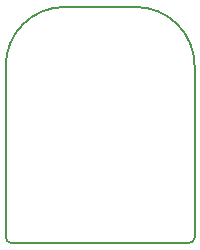
<source format=gm1>
G04 #@! TF.FileFunction,Profile,NP*
%FSLAX46Y46*%
G04 Gerber Fmt 4.6, Leading zero omitted, Abs format (unit mm)*
G04 Created by KiCad (PCBNEW 4.0.7-e2-6376~58~ubuntu16.04.1) date Mon Mar 18 20:38:03 2019*
%MOMM*%
%LPD*%
G01*
G04 APERTURE LIST*
%ADD10C,0.100000*%
%ADD11C,0.150000*%
G04 APERTURE END LIST*
D10*
D11*
X159500000Y-120000000D02*
G75*
G03X160000000Y-119500000I0J500000D01*
G01*
X144000000Y-119500000D02*
G75*
G03X144500000Y-120000000I500000J0D01*
G01*
X160000000Y-105000000D02*
G75*
G03X155000000Y-100000000I-5000000J0D01*
G01*
X149000000Y-100000000D02*
G75*
G03X144000000Y-105000000I0J-5000000D01*
G01*
X144000000Y-105000000D02*
X144000000Y-119500000D01*
X155000000Y-100000000D02*
X149000000Y-100000000D01*
X160000000Y-119500000D02*
X160000000Y-105000000D01*
X144500000Y-120000000D02*
X159500000Y-120000000D01*
M02*

</source>
